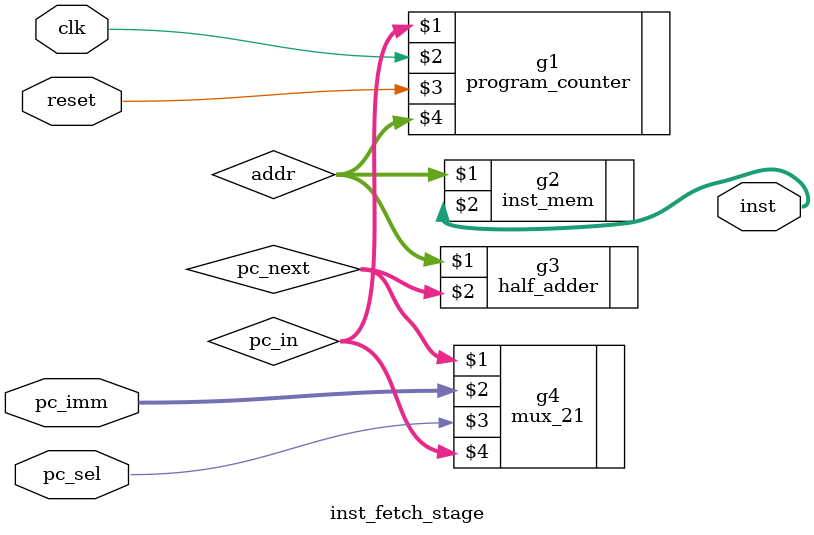
<source format=sv>

module inst_fetch_stage #(parameter N=32) (input logic clk,reset,pc_sel,input logic [N-1:0] pc_imm, output logic [N-1:0] inst);
wire [N-1:0] pc_in, addr, pc_next;


program_counter g1(pc_in,clk,reset,addr);
inst_mem g2(addr,inst);
half_adder g3(addr,pc_next);
mux_21 g4(pc_next,pc_imm,pc_sel,pc_in);

endmodule
</source>
